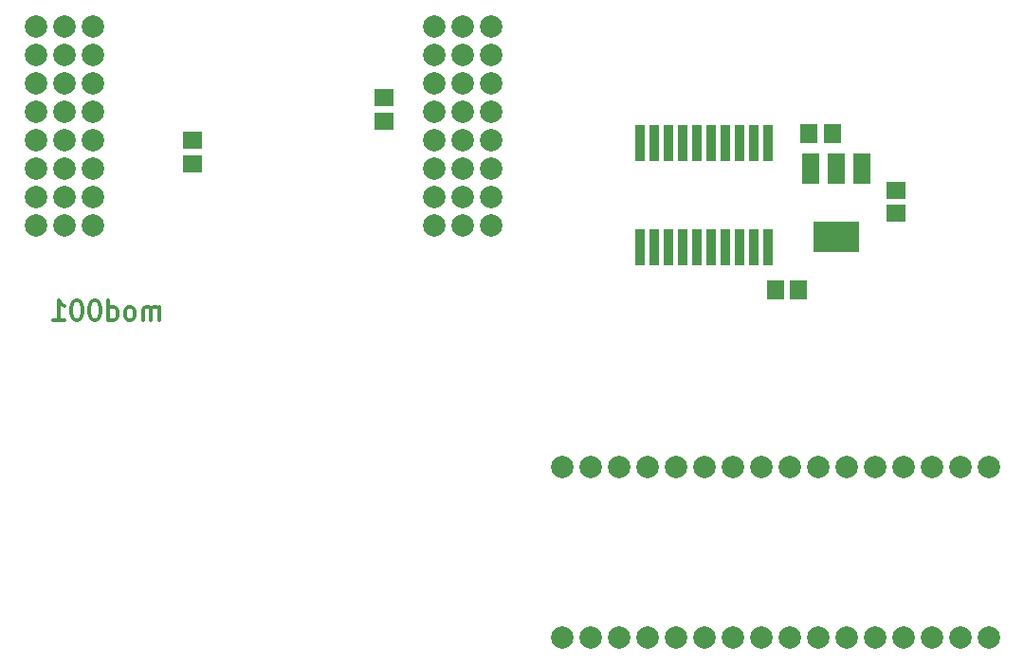
<source format=gbs>
G04 #@! TF.FileFunction,Soldermask,Bot*
%FSLAX46Y46*%
G04 Gerber Fmt 4.6, Leading zero omitted, Abs format (unit mm)*
G04 Created by KiCad (PCBNEW 4.0.7) date 01/31/20 17:15:32*
%MOMM*%
%LPD*%
G01*
G04 APERTURE LIST*
%ADD10C,0.100000*%
%ADD11C,0.300000*%
%ADD12R,1.700000X1.600000*%
%ADD13R,1.600000X1.700000*%
%ADD14R,1.500000X2.700000*%
%ADD15R,4.050000X2.800000*%
%ADD16C,2.000000*%
%ADD17R,0.900000X3.200000*%
G04 APERTURE END LIST*
D10*
D11*
X-76584762Y30980952D02*
X-76584762Y32114286D01*
X-76584762Y31952381D02*
X-76665714Y32033333D01*
X-76827619Y32114286D01*
X-77070476Y32114286D01*
X-77232381Y32033333D01*
X-77313333Y31871429D01*
X-77313333Y30980952D01*
X-77313333Y31871429D02*
X-77394286Y32033333D01*
X-77556190Y32114286D01*
X-77799048Y32114286D01*
X-77960952Y32033333D01*
X-78041905Y31871429D01*
X-78041905Y30980952D01*
X-79094286Y30980952D02*
X-78932381Y31061905D01*
X-78851429Y31142857D01*
X-78770477Y31304762D01*
X-78770477Y31790476D01*
X-78851429Y31952381D01*
X-78932381Y32033333D01*
X-79094286Y32114286D01*
X-79337143Y32114286D01*
X-79499048Y32033333D01*
X-79580000Y31952381D01*
X-79660953Y31790476D01*
X-79660953Y31304762D01*
X-79580000Y31142857D01*
X-79499048Y31061905D01*
X-79337143Y30980952D01*
X-79094286Y30980952D01*
X-81118095Y30980952D02*
X-81118095Y32680952D01*
X-81118095Y31061905D02*
X-80956191Y30980952D01*
X-80632381Y30980952D01*
X-80470476Y31061905D01*
X-80389524Y31142857D01*
X-80308572Y31304762D01*
X-80308572Y31790476D01*
X-80389524Y31952381D01*
X-80470476Y32033333D01*
X-80632381Y32114286D01*
X-80956191Y32114286D01*
X-81118095Y32033333D01*
X-82251428Y32680952D02*
X-82413333Y32680952D01*
X-82575238Y32600000D01*
X-82656190Y32519048D01*
X-82737143Y32357143D01*
X-82818095Y32033333D01*
X-82818095Y31628571D01*
X-82737143Y31304762D01*
X-82656190Y31142857D01*
X-82575238Y31061905D01*
X-82413333Y30980952D01*
X-82251428Y30980952D01*
X-82089524Y31061905D01*
X-82008571Y31142857D01*
X-81927619Y31304762D01*
X-81846667Y31628571D01*
X-81846667Y32033333D01*
X-81927619Y32357143D01*
X-82008571Y32519048D01*
X-82089524Y32600000D01*
X-82251428Y32680952D01*
X-83870476Y32680952D02*
X-84032381Y32680952D01*
X-84194286Y32600000D01*
X-84275238Y32519048D01*
X-84356191Y32357143D01*
X-84437143Y32033333D01*
X-84437143Y31628571D01*
X-84356191Y31304762D01*
X-84275238Y31142857D01*
X-84194286Y31061905D01*
X-84032381Y30980952D01*
X-83870476Y30980952D01*
X-83708572Y31061905D01*
X-83627619Y31142857D01*
X-83546667Y31304762D01*
X-83465715Y31628571D01*
X-83465715Y32033333D01*
X-83546667Y32357143D01*
X-83627619Y32519048D01*
X-83708572Y32600000D01*
X-83870476Y32680952D01*
X-86056191Y30980952D02*
X-85084763Y30980952D01*
X-85570477Y30980952D02*
X-85570477Y32680952D01*
X-85408572Y32438095D01*
X-85246667Y32276190D01*
X-85084763Y32195238D01*
D12*
X-10795000Y42545000D03*
X-10795000Y40500300D03*
D13*
X-16510000Y47625000D03*
X-18554700Y47625000D03*
D12*
X-73660000Y46990000D03*
X-73660000Y44945300D03*
D14*
X-18415000Y44450000D03*
X-16116300Y44450000D03*
X-13817600Y44450000D03*
D15*
X-16116300Y38354000D03*
D16*
X-2540000Y17780000D03*
X-5080000Y17780000D03*
X-7620000Y17780000D03*
X-10160000Y17780000D03*
X-12700000Y17780000D03*
X-15240000Y17780000D03*
X-17780000Y17780000D03*
X-20320000Y17780000D03*
X-22860000Y17780000D03*
X-25400000Y17780000D03*
X-27940000Y17780000D03*
X-30480000Y17780000D03*
X-33020000Y17780000D03*
X-35560000Y17780000D03*
X-38100000Y17780000D03*
X-40640000Y17780000D03*
X-40640000Y2540000D03*
X-38100000Y2540000D03*
X-35560000Y2540000D03*
X-33020000Y2540000D03*
X-30480000Y2540000D03*
X-27940000Y2540000D03*
X-25400000Y2540000D03*
X-22860000Y2540000D03*
X-20320000Y2540000D03*
X-17780000Y2540000D03*
X-15240000Y2540000D03*
X-12700000Y2540000D03*
X-10160000Y2540000D03*
X-7620000Y2540000D03*
X-5080000Y2540000D03*
X-2540000Y2540000D03*
D17*
X-22225000Y37465000D03*
X-23495000Y37465000D03*
X-24765000Y37465000D03*
X-26035000Y37465000D03*
X-27305000Y37465000D03*
X-28575000Y37465000D03*
X-29845000Y37465000D03*
X-31115000Y37465000D03*
X-32385000Y37465000D03*
X-33655000Y37465000D03*
X-33655000Y46761400D03*
X-32385000Y46761400D03*
X-31115000Y46761400D03*
X-29845000Y46761400D03*
X-28575000Y46761400D03*
X-27305000Y46761400D03*
X-26035000Y46761400D03*
X-24765000Y46761400D03*
X-23495000Y46761400D03*
X-22225000Y46761400D03*
D16*
X-52070000Y39370000D03*
X-49530000Y39370000D03*
X-46990000Y39370000D03*
X-52070000Y41910000D03*
X-49530000Y41910000D03*
X-46990000Y41910000D03*
X-52070000Y44450000D03*
X-49530000Y44450000D03*
X-46990000Y44450000D03*
X-52070000Y46990000D03*
X-49530000Y46990000D03*
X-46990000Y46990000D03*
X-52070000Y49530000D03*
X-49530000Y49530000D03*
X-46990000Y49530000D03*
X-52070000Y52070000D03*
X-49530000Y52070000D03*
X-46990000Y52070000D03*
X-52070000Y54610000D03*
X-49530000Y54610000D03*
X-46990000Y54610000D03*
X-52070000Y57150000D03*
X-49530000Y57150000D03*
X-46990000Y57150000D03*
X-87630000Y57150000D03*
X-85090000Y57150000D03*
X-82550000Y57150000D03*
X-87630000Y54610000D03*
X-85090000Y54610000D03*
X-82550000Y54610000D03*
X-87630000Y52070000D03*
X-85090000Y52070000D03*
X-82550000Y52070000D03*
X-87630000Y49530000D03*
X-85090000Y49530000D03*
X-82550000Y49530000D03*
X-87630000Y46990000D03*
X-85090000Y46990000D03*
X-82550000Y46990000D03*
X-87630000Y44450000D03*
X-85090000Y44450000D03*
X-82550000Y44450000D03*
X-87630000Y41910000D03*
X-85090000Y41910000D03*
X-82550000Y41910000D03*
X-87630000Y39370000D03*
X-85090000Y39370000D03*
X-82550000Y39370000D03*
D13*
X-21590000Y33655000D03*
X-19545300Y33655000D03*
D12*
X-56515000Y50800000D03*
X-56515000Y48755300D03*
M02*

</source>
